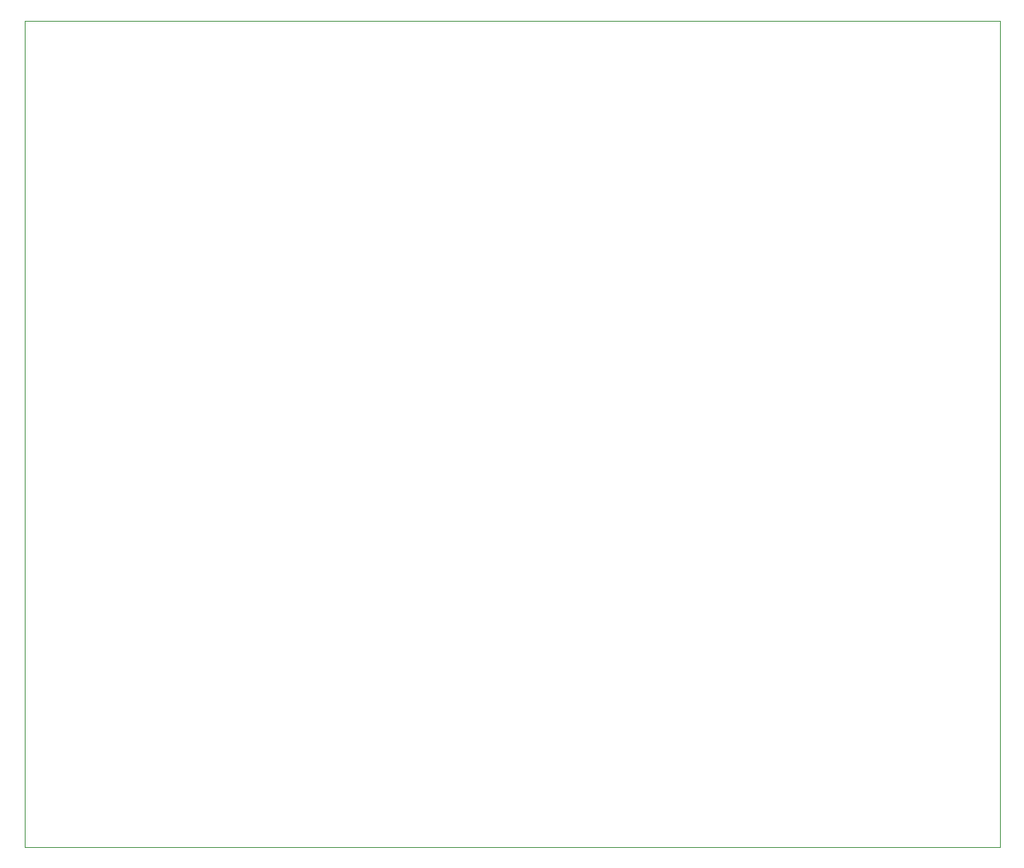
<source format=gbr>
G04 #@! TF.GenerationSoftware,KiCad,Pcbnew,(5.1.5)-3*
G04 #@! TF.CreationDate,2020-01-23T23:18:57+02:00*
G04 #@! TF.ProjectId,TrafficSignPCB,54726166-6669-4635-9369-676e5043422e,rev?*
G04 #@! TF.SameCoordinates,Original*
G04 #@! TF.FileFunction,Profile,NP*
%FSLAX46Y46*%
G04 Gerber Fmt 4.6, Leading zero omitted, Abs format (unit mm)*
G04 Created by KiCad (PCBNEW (5.1.5)-3) date 2020-01-23 23:18:57*
%MOMM*%
%LPD*%
G04 APERTURE LIST*
%ADD10C,0.050000*%
G04 APERTURE END LIST*
D10*
X46990000Y-156464000D02*
X46990000Y-144780000D01*
X153670000Y-144780000D02*
X153670000Y-156464000D01*
X46990000Y-156464000D02*
X153670000Y-156464000D01*
X46990000Y-66040000D02*
X46990000Y-144780000D01*
X153670000Y-66040000D02*
X46990000Y-66040000D01*
X153670000Y-144780000D02*
X153670000Y-66040000D01*
M02*

</source>
